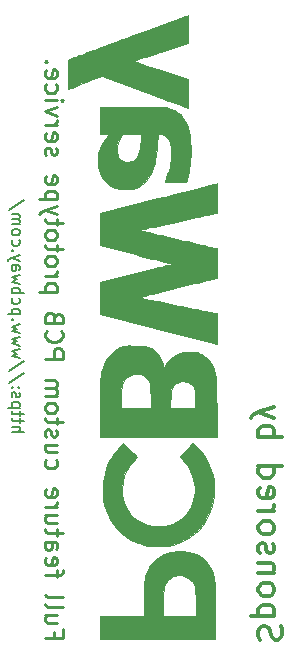
<source format=gbr>
G04 #@! TF.GenerationSoftware,KiCad,Pcbnew,(5.1.5)-3*
G04 #@! TF.CreationDate,2022-07-10T23:47:25+02:00*
G04 #@! TF.ProjectId,rgbw_12v_controller,72676277-5f31-4327-965f-636f6e74726f,rev?*
G04 #@! TF.SameCoordinates,Original*
G04 #@! TF.FileFunction,Legend,Bot*
G04 #@! TF.FilePolarity,Positive*
%FSLAX46Y46*%
G04 Gerber Fmt 4.6, Leading zero omitted, Abs format (unit mm)*
G04 Created by KiCad (PCBNEW (5.1.5)-3) date 2022-07-10 23:47:25*
%MOMM*%
%LPD*%
G04 APERTURE LIST*
%ADD10C,0.150000*%
%ADD11C,0.250000*%
%ADD12C,0.300000*%
%ADD13C,0.010000*%
G04 APERTURE END LIST*
D10*
X127563619Y-86954095D02*
X128563619Y-86954095D01*
X127563619Y-86525523D02*
X128087428Y-86525523D01*
X128182666Y-86573142D01*
X128230285Y-86668380D01*
X128230285Y-86811238D01*
X128182666Y-86906476D01*
X128135047Y-86954095D01*
X128230285Y-86192190D02*
X128230285Y-85811238D01*
X128563619Y-86049333D02*
X127706476Y-86049333D01*
X127611238Y-86001714D01*
X127563619Y-85906476D01*
X127563619Y-85811238D01*
X128230285Y-85620761D02*
X128230285Y-85239809D01*
X128563619Y-85477904D02*
X127706476Y-85477904D01*
X127611238Y-85430285D01*
X127563619Y-85335047D01*
X127563619Y-85239809D01*
X128230285Y-84906476D02*
X127230285Y-84906476D01*
X128182666Y-84906476D02*
X128230285Y-84811238D01*
X128230285Y-84620761D01*
X128182666Y-84525523D01*
X128135047Y-84477904D01*
X128039809Y-84430285D01*
X127754095Y-84430285D01*
X127658857Y-84477904D01*
X127611238Y-84525523D01*
X127563619Y-84620761D01*
X127563619Y-84811238D01*
X127611238Y-84906476D01*
X127611238Y-84049333D02*
X127563619Y-83954095D01*
X127563619Y-83763619D01*
X127611238Y-83668380D01*
X127706476Y-83620761D01*
X127754095Y-83620761D01*
X127849333Y-83668380D01*
X127896952Y-83763619D01*
X127896952Y-83906476D01*
X127944571Y-84001714D01*
X128039809Y-84049333D01*
X128087428Y-84049333D01*
X128182666Y-84001714D01*
X128230285Y-83906476D01*
X128230285Y-83763619D01*
X128182666Y-83668380D01*
X127658857Y-83192190D02*
X127611238Y-83144571D01*
X127563619Y-83192190D01*
X127611238Y-83239809D01*
X127658857Y-83192190D01*
X127563619Y-83192190D01*
X128182666Y-83192190D02*
X128135047Y-83144571D01*
X128087428Y-83192190D01*
X128135047Y-83239809D01*
X128182666Y-83192190D01*
X128087428Y-83192190D01*
X128611238Y-82001714D02*
X127325523Y-82858857D01*
X128611238Y-80954095D02*
X127325523Y-81811238D01*
X128230285Y-80716000D02*
X127563619Y-80525523D01*
X128039809Y-80335047D01*
X127563619Y-80144571D01*
X128230285Y-79954095D01*
X128230285Y-79668380D02*
X127563619Y-79477904D01*
X128039809Y-79287428D01*
X127563619Y-79096952D01*
X128230285Y-78906476D01*
X128230285Y-78620761D02*
X127563619Y-78430285D01*
X128039809Y-78239809D01*
X127563619Y-78049333D01*
X128230285Y-77858857D01*
X127658857Y-77477904D02*
X127611238Y-77430285D01*
X127563619Y-77477904D01*
X127611238Y-77525523D01*
X127658857Y-77477904D01*
X127563619Y-77477904D01*
X128230285Y-77001714D02*
X127230285Y-77001714D01*
X128182666Y-77001714D02*
X128230285Y-76906476D01*
X128230285Y-76716000D01*
X128182666Y-76620761D01*
X128135047Y-76573142D01*
X128039809Y-76525523D01*
X127754095Y-76525523D01*
X127658857Y-76573142D01*
X127611238Y-76620761D01*
X127563619Y-76716000D01*
X127563619Y-76906476D01*
X127611238Y-77001714D01*
X127611238Y-75668380D02*
X127563619Y-75763619D01*
X127563619Y-75954095D01*
X127611238Y-76049333D01*
X127658857Y-76096952D01*
X127754095Y-76144571D01*
X128039809Y-76144571D01*
X128135047Y-76096952D01*
X128182666Y-76049333D01*
X128230285Y-75954095D01*
X128230285Y-75763619D01*
X128182666Y-75668380D01*
X127563619Y-75239809D02*
X128563619Y-75239809D01*
X128182666Y-75239809D02*
X128230285Y-75144571D01*
X128230285Y-74954095D01*
X128182666Y-74858857D01*
X128135047Y-74811238D01*
X128039809Y-74763619D01*
X127754095Y-74763619D01*
X127658857Y-74811238D01*
X127611238Y-74858857D01*
X127563619Y-74954095D01*
X127563619Y-75144571D01*
X127611238Y-75239809D01*
X128230285Y-74430285D02*
X127563619Y-74239809D01*
X128039809Y-74049333D01*
X127563619Y-73858857D01*
X128230285Y-73668380D01*
X127563619Y-72858857D02*
X128087428Y-72858857D01*
X128182666Y-72906476D01*
X128230285Y-73001714D01*
X128230285Y-73192190D01*
X128182666Y-73287428D01*
X127611238Y-72858857D02*
X127563619Y-72954095D01*
X127563619Y-73192190D01*
X127611238Y-73287428D01*
X127706476Y-73335047D01*
X127801714Y-73335047D01*
X127896952Y-73287428D01*
X127944571Y-73192190D01*
X127944571Y-72954095D01*
X127992190Y-72858857D01*
X128230285Y-72477904D02*
X127563619Y-72239809D01*
X128230285Y-72001714D02*
X127563619Y-72239809D01*
X127325523Y-72335047D01*
X127277904Y-72382666D01*
X127230285Y-72477904D01*
X127658857Y-71620761D02*
X127611238Y-71573142D01*
X127563619Y-71620761D01*
X127611238Y-71668380D01*
X127658857Y-71620761D01*
X127563619Y-71620761D01*
X127611238Y-70716000D02*
X127563619Y-70811238D01*
X127563619Y-71001714D01*
X127611238Y-71096952D01*
X127658857Y-71144571D01*
X127754095Y-71192190D01*
X128039809Y-71192190D01*
X128135047Y-71144571D01*
X128182666Y-71096952D01*
X128230285Y-71001714D01*
X128230285Y-70811238D01*
X128182666Y-70716000D01*
X127563619Y-70144571D02*
X127611238Y-70239809D01*
X127658857Y-70287428D01*
X127754095Y-70335047D01*
X128039809Y-70335047D01*
X128135047Y-70287428D01*
X128182666Y-70239809D01*
X128230285Y-70144571D01*
X128230285Y-70001714D01*
X128182666Y-69906476D01*
X128135047Y-69858857D01*
X128039809Y-69811238D01*
X127754095Y-69811238D01*
X127658857Y-69858857D01*
X127611238Y-69906476D01*
X127563619Y-70001714D01*
X127563619Y-70144571D01*
X127563619Y-69382666D02*
X128230285Y-69382666D01*
X128135047Y-69382666D02*
X128182666Y-69335047D01*
X128230285Y-69239809D01*
X128230285Y-69096952D01*
X128182666Y-69001714D01*
X128087428Y-68954095D01*
X127563619Y-68954095D01*
X128087428Y-68954095D02*
X128182666Y-68906476D01*
X128230285Y-68811238D01*
X128230285Y-68668380D01*
X128182666Y-68573142D01*
X128087428Y-68525523D01*
X127563619Y-68525523D01*
X128611238Y-67335047D02*
X127325523Y-68192190D01*
D11*
X131171142Y-103902857D02*
X131171142Y-104402857D01*
X130385428Y-104402857D02*
X131885428Y-104402857D01*
X131885428Y-103688571D01*
X131385428Y-102474285D02*
X130385428Y-102474285D01*
X131385428Y-103117142D02*
X130599714Y-103117142D01*
X130456857Y-103045714D01*
X130385428Y-102902857D01*
X130385428Y-102688571D01*
X130456857Y-102545714D01*
X130528285Y-102474285D01*
X130385428Y-101545714D02*
X130456857Y-101688571D01*
X130599714Y-101760000D01*
X131885428Y-101760000D01*
X130385428Y-100760000D02*
X130456857Y-100902857D01*
X130599714Y-100974285D01*
X131885428Y-100974285D01*
X131385428Y-99260000D02*
X131385428Y-98688571D01*
X130385428Y-99045714D02*
X131671142Y-99045714D01*
X131814000Y-98974285D01*
X131885428Y-98831428D01*
X131885428Y-98688571D01*
X130456857Y-97617142D02*
X130385428Y-97760000D01*
X130385428Y-98045714D01*
X130456857Y-98188571D01*
X130599714Y-98260000D01*
X131171142Y-98260000D01*
X131314000Y-98188571D01*
X131385428Y-98045714D01*
X131385428Y-97760000D01*
X131314000Y-97617142D01*
X131171142Y-97545714D01*
X131028285Y-97545714D01*
X130885428Y-98260000D01*
X130385428Y-96260000D02*
X131171142Y-96260000D01*
X131314000Y-96331428D01*
X131385428Y-96474285D01*
X131385428Y-96760000D01*
X131314000Y-96902857D01*
X130456857Y-96260000D02*
X130385428Y-96402857D01*
X130385428Y-96760000D01*
X130456857Y-96902857D01*
X130599714Y-96974285D01*
X130742571Y-96974285D01*
X130885428Y-96902857D01*
X130956857Y-96760000D01*
X130956857Y-96402857D01*
X131028285Y-96260000D01*
X131385428Y-95760000D02*
X131385428Y-95188571D01*
X131885428Y-95545714D02*
X130599714Y-95545714D01*
X130456857Y-95474285D01*
X130385428Y-95331428D01*
X130385428Y-95188571D01*
X131385428Y-94045714D02*
X130385428Y-94045714D01*
X131385428Y-94688571D02*
X130599714Y-94688571D01*
X130456857Y-94617142D01*
X130385428Y-94474285D01*
X130385428Y-94260000D01*
X130456857Y-94117142D01*
X130528285Y-94045714D01*
X130385428Y-93331428D02*
X131385428Y-93331428D01*
X131099714Y-93331428D02*
X131242571Y-93260000D01*
X131314000Y-93188571D01*
X131385428Y-93045714D01*
X131385428Y-92902857D01*
X130456857Y-91831428D02*
X130385428Y-91974285D01*
X130385428Y-92260000D01*
X130456857Y-92402857D01*
X130599714Y-92474285D01*
X131171142Y-92474285D01*
X131314000Y-92402857D01*
X131385428Y-92260000D01*
X131385428Y-91974285D01*
X131314000Y-91831428D01*
X131171142Y-91760000D01*
X131028285Y-91760000D01*
X130885428Y-92474285D01*
X130456857Y-89331428D02*
X130385428Y-89474285D01*
X130385428Y-89760000D01*
X130456857Y-89902857D01*
X130528285Y-89974285D01*
X130671142Y-90045714D01*
X131099714Y-90045714D01*
X131242571Y-89974285D01*
X131314000Y-89902857D01*
X131385428Y-89760000D01*
X131385428Y-89474285D01*
X131314000Y-89331428D01*
X131385428Y-88045714D02*
X130385428Y-88045714D01*
X131385428Y-88688571D02*
X130599714Y-88688571D01*
X130456857Y-88617142D01*
X130385428Y-88474285D01*
X130385428Y-88260000D01*
X130456857Y-88117142D01*
X130528285Y-88045714D01*
X130456857Y-87402857D02*
X130385428Y-87260000D01*
X130385428Y-86974285D01*
X130456857Y-86831428D01*
X130599714Y-86760000D01*
X130671142Y-86760000D01*
X130814000Y-86831428D01*
X130885428Y-86974285D01*
X130885428Y-87188571D01*
X130956857Y-87331428D01*
X131099714Y-87402857D01*
X131171142Y-87402857D01*
X131314000Y-87331428D01*
X131385428Y-87188571D01*
X131385428Y-86974285D01*
X131314000Y-86831428D01*
X131385428Y-86331428D02*
X131385428Y-85760000D01*
X131885428Y-86117142D02*
X130599714Y-86117142D01*
X130456857Y-86045714D01*
X130385428Y-85902857D01*
X130385428Y-85760000D01*
X130385428Y-85045714D02*
X130456857Y-85188571D01*
X130528285Y-85260000D01*
X130671142Y-85331428D01*
X131099714Y-85331428D01*
X131242571Y-85260000D01*
X131314000Y-85188571D01*
X131385428Y-85045714D01*
X131385428Y-84831428D01*
X131314000Y-84688571D01*
X131242571Y-84617142D01*
X131099714Y-84545714D01*
X130671142Y-84545714D01*
X130528285Y-84617142D01*
X130456857Y-84688571D01*
X130385428Y-84831428D01*
X130385428Y-85045714D01*
X130385428Y-83902857D02*
X131385428Y-83902857D01*
X131242571Y-83902857D02*
X131314000Y-83831428D01*
X131385428Y-83688571D01*
X131385428Y-83474285D01*
X131314000Y-83331428D01*
X131171142Y-83260000D01*
X130385428Y-83260000D01*
X131171142Y-83260000D02*
X131314000Y-83188571D01*
X131385428Y-83045714D01*
X131385428Y-82831428D01*
X131314000Y-82688571D01*
X131171142Y-82617142D01*
X130385428Y-82617142D01*
X130385428Y-80760000D02*
X131885428Y-80760000D01*
X131885428Y-80188571D01*
X131814000Y-80045714D01*
X131742571Y-79974285D01*
X131599714Y-79902857D01*
X131385428Y-79902857D01*
X131242571Y-79974285D01*
X131171142Y-80045714D01*
X131099714Y-80188571D01*
X131099714Y-80760000D01*
X130528285Y-78402857D02*
X130456857Y-78474285D01*
X130385428Y-78688571D01*
X130385428Y-78831428D01*
X130456857Y-79045714D01*
X130599714Y-79188571D01*
X130742571Y-79260000D01*
X131028285Y-79331428D01*
X131242571Y-79331428D01*
X131528285Y-79260000D01*
X131671142Y-79188571D01*
X131814000Y-79045714D01*
X131885428Y-78831428D01*
X131885428Y-78688571D01*
X131814000Y-78474285D01*
X131742571Y-78402857D01*
X131171142Y-77260000D02*
X131099714Y-77045714D01*
X131028285Y-76974285D01*
X130885428Y-76902857D01*
X130671142Y-76902857D01*
X130528285Y-76974285D01*
X130456857Y-77045714D01*
X130385428Y-77188571D01*
X130385428Y-77760000D01*
X131885428Y-77760000D01*
X131885428Y-77260000D01*
X131814000Y-77117142D01*
X131742571Y-77045714D01*
X131599714Y-76974285D01*
X131456857Y-76974285D01*
X131314000Y-77045714D01*
X131242571Y-77117142D01*
X131171142Y-77260000D01*
X131171142Y-77760000D01*
X131385428Y-75117142D02*
X129885428Y-75117142D01*
X131314000Y-75117142D02*
X131385428Y-74974285D01*
X131385428Y-74688571D01*
X131314000Y-74545714D01*
X131242571Y-74474285D01*
X131099714Y-74402857D01*
X130671142Y-74402857D01*
X130528285Y-74474285D01*
X130456857Y-74545714D01*
X130385428Y-74688571D01*
X130385428Y-74974285D01*
X130456857Y-75117142D01*
X130385428Y-73760000D02*
X131385428Y-73760000D01*
X131099714Y-73760000D02*
X131242571Y-73688571D01*
X131314000Y-73617142D01*
X131385428Y-73474285D01*
X131385428Y-73331428D01*
X130385428Y-72617142D02*
X130456857Y-72760000D01*
X130528285Y-72831428D01*
X130671142Y-72902857D01*
X131099714Y-72902857D01*
X131242571Y-72831428D01*
X131314000Y-72760000D01*
X131385428Y-72617142D01*
X131385428Y-72402857D01*
X131314000Y-72260000D01*
X131242571Y-72188571D01*
X131099714Y-72117142D01*
X130671142Y-72117142D01*
X130528285Y-72188571D01*
X130456857Y-72260000D01*
X130385428Y-72402857D01*
X130385428Y-72617142D01*
X131385428Y-71688571D02*
X131385428Y-71117142D01*
X131885428Y-71474285D02*
X130599714Y-71474285D01*
X130456857Y-71402857D01*
X130385428Y-71260000D01*
X130385428Y-71117142D01*
X130385428Y-70402857D02*
X130456857Y-70545714D01*
X130528285Y-70617142D01*
X130671142Y-70688571D01*
X131099714Y-70688571D01*
X131242571Y-70617142D01*
X131314000Y-70545714D01*
X131385428Y-70402857D01*
X131385428Y-70188571D01*
X131314000Y-70045714D01*
X131242571Y-69974285D01*
X131099714Y-69902857D01*
X130671142Y-69902857D01*
X130528285Y-69974285D01*
X130456857Y-70045714D01*
X130385428Y-70188571D01*
X130385428Y-70402857D01*
X131385428Y-69474285D02*
X131385428Y-68902857D01*
X131885428Y-69260000D02*
X130599714Y-69260000D01*
X130456857Y-69188571D01*
X130385428Y-69045714D01*
X130385428Y-68902857D01*
X131385428Y-68545714D02*
X130385428Y-68188571D01*
X131385428Y-67831428D02*
X130385428Y-68188571D01*
X130028285Y-68331428D01*
X129956857Y-68402857D01*
X129885428Y-68545714D01*
X131385428Y-67260000D02*
X129885428Y-67260000D01*
X131314000Y-67260000D02*
X131385428Y-67117142D01*
X131385428Y-66831428D01*
X131314000Y-66688571D01*
X131242571Y-66617142D01*
X131099714Y-66545714D01*
X130671142Y-66545714D01*
X130528285Y-66617142D01*
X130456857Y-66688571D01*
X130385428Y-66831428D01*
X130385428Y-67117142D01*
X130456857Y-67260000D01*
X130456857Y-65331428D02*
X130385428Y-65474285D01*
X130385428Y-65760000D01*
X130456857Y-65902857D01*
X130599714Y-65974285D01*
X131171142Y-65974285D01*
X131314000Y-65902857D01*
X131385428Y-65760000D01*
X131385428Y-65474285D01*
X131314000Y-65331428D01*
X131171142Y-65260000D01*
X131028285Y-65260000D01*
X130885428Y-65974285D01*
X130456857Y-63545714D02*
X130385428Y-63402857D01*
X130385428Y-63117142D01*
X130456857Y-62974285D01*
X130599714Y-62902857D01*
X130671142Y-62902857D01*
X130814000Y-62974285D01*
X130885428Y-63117142D01*
X130885428Y-63331428D01*
X130956857Y-63474285D01*
X131099714Y-63545714D01*
X131171142Y-63545714D01*
X131314000Y-63474285D01*
X131385428Y-63331428D01*
X131385428Y-63117142D01*
X131314000Y-62974285D01*
X130456857Y-61688571D02*
X130385428Y-61831428D01*
X130385428Y-62117142D01*
X130456857Y-62260000D01*
X130599714Y-62331428D01*
X131171142Y-62331428D01*
X131314000Y-62260000D01*
X131385428Y-62117142D01*
X131385428Y-61831428D01*
X131314000Y-61688571D01*
X131171142Y-61617142D01*
X131028285Y-61617142D01*
X130885428Y-62331428D01*
X130385428Y-60974285D02*
X131385428Y-60974285D01*
X131099714Y-60974285D02*
X131242571Y-60902857D01*
X131314000Y-60831428D01*
X131385428Y-60688571D01*
X131385428Y-60545714D01*
X131385428Y-60188571D02*
X130385428Y-59831428D01*
X131385428Y-59474285D01*
X130385428Y-58902857D02*
X131385428Y-58902857D01*
X131885428Y-58902857D02*
X131814000Y-58974285D01*
X131742571Y-58902857D01*
X131814000Y-58831428D01*
X131885428Y-58902857D01*
X131742571Y-58902857D01*
X130456857Y-57545714D02*
X130385428Y-57688571D01*
X130385428Y-57974285D01*
X130456857Y-58117142D01*
X130528285Y-58188571D01*
X130671142Y-58260000D01*
X131099714Y-58260000D01*
X131242571Y-58188571D01*
X131314000Y-58117142D01*
X131385428Y-57974285D01*
X131385428Y-57688571D01*
X131314000Y-57545714D01*
X130456857Y-56331428D02*
X130385428Y-56474285D01*
X130385428Y-56760000D01*
X130456857Y-56902857D01*
X130599714Y-56974285D01*
X131171142Y-56974285D01*
X131314000Y-56902857D01*
X131385428Y-56760000D01*
X131385428Y-56474285D01*
X131314000Y-56331428D01*
X131171142Y-56260000D01*
X131028285Y-56260000D01*
X130885428Y-56974285D01*
X130528285Y-55617142D02*
X130456857Y-55545714D01*
X130385428Y-55617142D01*
X130456857Y-55688571D01*
X130528285Y-55617142D01*
X130385428Y-55617142D01*
D12*
X148542476Y-104551523D02*
X148447238Y-104265809D01*
X148447238Y-103789619D01*
X148542476Y-103599142D01*
X148637714Y-103503904D01*
X148828190Y-103408666D01*
X149018666Y-103408666D01*
X149209142Y-103503904D01*
X149304380Y-103599142D01*
X149399619Y-103789619D01*
X149494857Y-104170571D01*
X149590095Y-104361047D01*
X149685333Y-104456285D01*
X149875809Y-104551523D01*
X150066285Y-104551523D01*
X150256761Y-104456285D01*
X150352000Y-104361047D01*
X150447238Y-104170571D01*
X150447238Y-103694380D01*
X150352000Y-103408666D01*
X149780571Y-102551523D02*
X147780571Y-102551523D01*
X149685333Y-102551523D02*
X149780571Y-102361047D01*
X149780571Y-101980095D01*
X149685333Y-101789619D01*
X149590095Y-101694380D01*
X149399619Y-101599142D01*
X148828190Y-101599142D01*
X148637714Y-101694380D01*
X148542476Y-101789619D01*
X148447238Y-101980095D01*
X148447238Y-102361047D01*
X148542476Y-102551523D01*
X148447238Y-100456285D02*
X148542476Y-100646761D01*
X148637714Y-100742000D01*
X148828190Y-100837238D01*
X149399619Y-100837238D01*
X149590095Y-100742000D01*
X149685333Y-100646761D01*
X149780571Y-100456285D01*
X149780571Y-100170571D01*
X149685333Y-99980095D01*
X149590095Y-99884857D01*
X149399619Y-99789619D01*
X148828190Y-99789619D01*
X148637714Y-99884857D01*
X148542476Y-99980095D01*
X148447238Y-100170571D01*
X148447238Y-100456285D01*
X149780571Y-98932476D02*
X148447238Y-98932476D01*
X149590095Y-98932476D02*
X149685333Y-98837238D01*
X149780571Y-98646761D01*
X149780571Y-98361047D01*
X149685333Y-98170571D01*
X149494857Y-98075333D01*
X148447238Y-98075333D01*
X148542476Y-97218190D02*
X148447238Y-97027714D01*
X148447238Y-96646761D01*
X148542476Y-96456285D01*
X148732952Y-96361047D01*
X148828190Y-96361047D01*
X149018666Y-96456285D01*
X149113904Y-96646761D01*
X149113904Y-96932476D01*
X149209142Y-97122952D01*
X149399619Y-97218190D01*
X149494857Y-97218190D01*
X149685333Y-97122952D01*
X149780571Y-96932476D01*
X149780571Y-96646761D01*
X149685333Y-96456285D01*
X148447238Y-95218190D02*
X148542476Y-95408666D01*
X148637714Y-95503904D01*
X148828190Y-95599142D01*
X149399619Y-95599142D01*
X149590095Y-95503904D01*
X149685333Y-95408666D01*
X149780571Y-95218190D01*
X149780571Y-94932476D01*
X149685333Y-94742000D01*
X149590095Y-94646761D01*
X149399619Y-94551523D01*
X148828190Y-94551523D01*
X148637714Y-94646761D01*
X148542476Y-94742000D01*
X148447238Y-94932476D01*
X148447238Y-95218190D01*
X148447238Y-93694380D02*
X149780571Y-93694380D01*
X149399619Y-93694380D02*
X149590095Y-93599142D01*
X149685333Y-93503904D01*
X149780571Y-93313428D01*
X149780571Y-93122952D01*
X148542476Y-91694380D02*
X148447238Y-91884857D01*
X148447238Y-92265809D01*
X148542476Y-92456285D01*
X148732952Y-92551523D01*
X149494857Y-92551523D01*
X149685333Y-92456285D01*
X149780571Y-92265809D01*
X149780571Y-91884857D01*
X149685333Y-91694380D01*
X149494857Y-91599142D01*
X149304380Y-91599142D01*
X149113904Y-92551523D01*
X148447238Y-89884857D02*
X150447238Y-89884857D01*
X148542476Y-89884857D02*
X148447238Y-90075333D01*
X148447238Y-90456285D01*
X148542476Y-90646761D01*
X148637714Y-90742000D01*
X148828190Y-90837238D01*
X149399619Y-90837238D01*
X149590095Y-90742000D01*
X149685333Y-90646761D01*
X149780571Y-90456285D01*
X149780571Y-90075333D01*
X149685333Y-89884857D01*
X148447238Y-87408666D02*
X150447238Y-87408666D01*
X149685333Y-87408666D02*
X149780571Y-87218190D01*
X149780571Y-86837238D01*
X149685333Y-86646761D01*
X149590095Y-86551523D01*
X149399619Y-86456285D01*
X148828190Y-86456285D01*
X148637714Y-86551523D01*
X148542476Y-86646761D01*
X148447238Y-86837238D01*
X148447238Y-87218190D01*
X148542476Y-87408666D01*
X149780571Y-85789619D02*
X148447238Y-85313428D01*
X149780571Y-84837238D02*
X148447238Y-85313428D01*
X147971047Y-85503904D01*
X147875809Y-85599142D01*
X147780571Y-85789619D01*
D13*
G36*
X144699745Y-91499045D02*
G01*
X144651407Y-91051991D01*
X144565011Y-90609715D01*
X144440952Y-90175110D01*
X144279624Y-89751065D01*
X144081422Y-89340470D01*
X143846741Y-88946218D01*
X143673191Y-88697889D01*
X143613344Y-88621538D01*
X143537802Y-88531529D01*
X143451093Y-88432615D01*
X143357742Y-88329548D01*
X143262277Y-88227080D01*
X143169224Y-88129963D01*
X143083112Y-88042950D01*
X143008465Y-87970792D01*
X142949813Y-87918241D01*
X142911680Y-87890050D01*
X142900540Y-87886803D01*
X142879696Y-87904115D01*
X142835206Y-87947206D01*
X142772249Y-88010854D01*
X142696008Y-88089837D01*
X142630241Y-88159167D01*
X142531971Y-88263404D01*
X142415006Y-88387284D01*
X142289798Y-88519748D01*
X142166798Y-88649736D01*
X142075789Y-88745805D01*
X141770489Y-89067860D01*
X141968756Y-89285555D01*
X142189176Y-89540380D01*
X142377037Y-89786357D01*
X142538375Y-90032039D01*
X142679222Y-90285979D01*
X142691090Y-90309512D01*
X142834859Y-90640427D01*
X142942696Y-90983870D01*
X143014546Y-91335420D01*
X143050355Y-91690658D01*
X143050067Y-92045163D01*
X143013629Y-92394516D01*
X142940986Y-92734296D01*
X142832083Y-93060084D01*
X142727909Y-93289971D01*
X142565470Y-93567169D01*
X142368245Y-93832968D01*
X142142671Y-94080696D01*
X141895187Y-94303678D01*
X141632230Y-94495242D01*
X141473361Y-94590317D01*
X141175701Y-94730589D01*
X140857032Y-94836609D01*
X140521769Y-94907974D01*
X140174325Y-94944282D01*
X139819113Y-94945130D01*
X139460546Y-94910117D01*
X139103040Y-94838839D01*
X139012083Y-94814674D01*
X138863465Y-94764821D01*
X138694491Y-94694512D01*
X138517653Y-94610000D01*
X138345439Y-94517537D01*
X138190340Y-94423376D01*
X138089002Y-94352565D01*
X137832438Y-94131945D01*
X137604464Y-93881958D01*
X137406402Y-93605616D01*
X137239574Y-93305933D01*
X137105302Y-92985921D01*
X137004908Y-92648595D01*
X136939713Y-92296968D01*
X136911039Y-91934052D01*
X136913499Y-91672833D01*
X136941154Y-91345643D01*
X136994548Y-91036521D01*
X137075701Y-90740999D01*
X137186634Y-90454610D01*
X137329368Y-90172889D01*
X137505923Y-89891367D01*
X137718318Y-89605578D01*
X137968575Y-89311054D01*
X137994921Y-89281876D01*
X138062786Y-89205716D01*
X138118224Y-89140884D01*
X138156038Y-89093656D01*
X138171026Y-89070308D01*
X138171000Y-89069286D01*
X138155031Y-89052318D01*
X138111888Y-89009233D01*
X138044894Y-88943278D01*
X137957371Y-88857699D01*
X137852641Y-88755744D01*
X137734025Y-88640657D01*
X137604846Y-88515686D01*
X137574992Y-88486853D01*
X136984567Y-87916802D01*
X136836822Y-88074526D01*
X136526314Y-88422657D01*
X136254816Y-88763831D01*
X136020465Y-89102114D01*
X135821399Y-89441572D01*
X135655755Y-89786273D01*
X135521670Y-90140284D01*
X135417281Y-90507669D01*
X135340726Y-90892497D01*
X135290141Y-91298833D01*
X135275836Y-91482333D01*
X135266978Y-91627499D01*
X135261538Y-91746879D01*
X135259532Y-91853457D01*
X135260976Y-91960214D01*
X135265884Y-92080134D01*
X135274272Y-92226200D01*
X135276758Y-92265850D01*
X135323334Y-92716722D01*
X135405181Y-93146751D01*
X135523358Y-93560033D01*
X135678925Y-93960660D01*
X135761826Y-94138750D01*
X135972567Y-94522325D01*
X136215142Y-94879014D01*
X136487763Y-95207365D01*
X136788644Y-95505929D01*
X137115995Y-95773255D01*
X137468029Y-96007893D01*
X137842960Y-96208393D01*
X138238998Y-96373303D01*
X138654357Y-96501174D01*
X138682345Y-96508260D01*
X139101590Y-96594033D01*
X139531916Y-96645829D01*
X139966973Y-96663875D01*
X140400417Y-96648397D01*
X140825899Y-96599619D01*
X141237072Y-96517769D01*
X141626167Y-96403564D01*
X142018204Y-96245725D01*
X142390877Y-96051052D01*
X142742567Y-95821145D01*
X143071654Y-95557603D01*
X143376520Y-95262026D01*
X143655547Y-94936014D01*
X143907115Y-94581167D01*
X144129605Y-94199085D01*
X144321400Y-93791368D01*
X144356753Y-93704833D01*
X144504624Y-93277242D01*
X144612464Y-92839978D01*
X144680668Y-92395929D01*
X144709630Y-91947988D01*
X144699745Y-91499045D01*
G37*
X144699745Y-91499045D02*
X144651407Y-91051991D01*
X144565011Y-90609715D01*
X144440952Y-90175110D01*
X144279624Y-89751065D01*
X144081422Y-89340470D01*
X143846741Y-88946218D01*
X143673191Y-88697889D01*
X143613344Y-88621538D01*
X143537802Y-88531529D01*
X143451093Y-88432615D01*
X143357742Y-88329548D01*
X143262277Y-88227080D01*
X143169224Y-88129963D01*
X143083112Y-88042950D01*
X143008465Y-87970792D01*
X142949813Y-87918241D01*
X142911680Y-87890050D01*
X142900540Y-87886803D01*
X142879696Y-87904115D01*
X142835206Y-87947206D01*
X142772249Y-88010854D01*
X142696008Y-88089837D01*
X142630241Y-88159167D01*
X142531971Y-88263404D01*
X142415006Y-88387284D01*
X142289798Y-88519748D01*
X142166798Y-88649736D01*
X142075789Y-88745805D01*
X141770489Y-89067860D01*
X141968756Y-89285555D01*
X142189176Y-89540380D01*
X142377037Y-89786357D01*
X142538375Y-90032039D01*
X142679222Y-90285979D01*
X142691090Y-90309512D01*
X142834859Y-90640427D01*
X142942696Y-90983870D01*
X143014546Y-91335420D01*
X143050355Y-91690658D01*
X143050067Y-92045163D01*
X143013629Y-92394516D01*
X142940986Y-92734296D01*
X142832083Y-93060084D01*
X142727909Y-93289971D01*
X142565470Y-93567169D01*
X142368245Y-93832968D01*
X142142671Y-94080696D01*
X141895187Y-94303678D01*
X141632230Y-94495242D01*
X141473361Y-94590317D01*
X141175701Y-94730589D01*
X140857032Y-94836609D01*
X140521769Y-94907974D01*
X140174325Y-94944282D01*
X139819113Y-94945130D01*
X139460546Y-94910117D01*
X139103040Y-94838839D01*
X139012083Y-94814674D01*
X138863465Y-94764821D01*
X138694491Y-94694512D01*
X138517653Y-94610000D01*
X138345439Y-94517537D01*
X138190340Y-94423376D01*
X138089002Y-94352565D01*
X137832438Y-94131945D01*
X137604464Y-93881958D01*
X137406402Y-93605616D01*
X137239574Y-93305933D01*
X137105302Y-92985921D01*
X137004908Y-92648595D01*
X136939713Y-92296968D01*
X136911039Y-91934052D01*
X136913499Y-91672833D01*
X136941154Y-91345643D01*
X136994548Y-91036521D01*
X137075701Y-90740999D01*
X137186634Y-90454610D01*
X137329368Y-90172889D01*
X137505923Y-89891367D01*
X137718318Y-89605578D01*
X137968575Y-89311054D01*
X137994921Y-89281876D01*
X138062786Y-89205716D01*
X138118224Y-89140884D01*
X138156038Y-89093656D01*
X138171026Y-89070308D01*
X138171000Y-89069286D01*
X138155031Y-89052318D01*
X138111888Y-89009233D01*
X138044894Y-88943278D01*
X137957371Y-88857699D01*
X137852641Y-88755744D01*
X137734025Y-88640657D01*
X137604846Y-88515686D01*
X137574992Y-88486853D01*
X136984567Y-87916802D01*
X136836822Y-88074526D01*
X136526314Y-88422657D01*
X136254816Y-88763831D01*
X136020465Y-89102114D01*
X135821399Y-89441572D01*
X135655755Y-89786273D01*
X135521670Y-90140284D01*
X135417281Y-90507669D01*
X135340726Y-90892497D01*
X135290141Y-91298833D01*
X135275836Y-91482333D01*
X135266978Y-91627499D01*
X135261538Y-91746879D01*
X135259532Y-91853457D01*
X135260976Y-91960214D01*
X135265884Y-92080134D01*
X135274272Y-92226200D01*
X135276758Y-92265850D01*
X135323334Y-92716722D01*
X135405181Y-93146751D01*
X135523358Y-93560033D01*
X135678925Y-93960660D01*
X135761826Y-94138750D01*
X135972567Y-94522325D01*
X136215142Y-94879014D01*
X136487763Y-95207365D01*
X136788644Y-95505929D01*
X137115995Y-95773255D01*
X137468029Y-96007893D01*
X137842960Y-96208393D01*
X138238998Y-96373303D01*
X138654357Y-96501174D01*
X138682345Y-96508260D01*
X139101590Y-96594033D01*
X139531916Y-96645829D01*
X139966973Y-96663875D01*
X140400417Y-96648397D01*
X140825899Y-96599619D01*
X141237072Y-96517769D01*
X141626167Y-96403564D01*
X142018204Y-96245725D01*
X142390877Y-96051052D01*
X142742567Y-95821145D01*
X143071654Y-95557603D01*
X143376520Y-95262026D01*
X143655547Y-94936014D01*
X143907115Y-94581167D01*
X144129605Y-94199085D01*
X144321400Y-93791368D01*
X144356753Y-93704833D01*
X144504624Y-93277242D01*
X144612464Y-92839978D01*
X144680668Y-92395929D01*
X144709630Y-91947988D01*
X144699745Y-91499045D01*
G36*
X144827625Y-71419150D02*
G01*
X144777799Y-71407904D01*
X144691305Y-71387897D01*
X144570843Y-71359770D01*
X144419110Y-71324165D01*
X144238806Y-71281724D01*
X144032628Y-71233088D01*
X143803274Y-71178899D01*
X143553443Y-71119799D01*
X143285834Y-71056429D01*
X143003144Y-70989432D01*
X142708072Y-70919447D01*
X142403317Y-70847119D01*
X142091576Y-70773087D01*
X141775548Y-70697994D01*
X141457932Y-70622481D01*
X141141425Y-70547191D01*
X140828726Y-70472764D01*
X140522534Y-70399843D01*
X140225546Y-70329069D01*
X139940461Y-70261083D01*
X139669977Y-70196528D01*
X139416793Y-70136045D01*
X139183607Y-70080276D01*
X138973117Y-70029862D01*
X138788022Y-69985446D01*
X138631020Y-69947668D01*
X138504809Y-69917171D01*
X138412088Y-69894596D01*
X138355554Y-69880585D01*
X138337951Y-69875880D01*
X138352535Y-69868968D01*
X138408250Y-69853480D01*
X138504786Y-69829485D01*
X138641835Y-69797052D01*
X138819085Y-69756250D01*
X139036228Y-69707149D01*
X139292953Y-69649818D01*
X139588952Y-69584327D01*
X139923914Y-69510744D01*
X140297529Y-69429139D01*
X140709488Y-69339582D01*
X141159480Y-69242141D01*
X141470618Y-69174956D01*
X141832152Y-69096962D01*
X142183907Y-69021066D01*
X142523508Y-68947781D01*
X142848582Y-68877618D01*
X143156755Y-68811092D01*
X143445654Y-68748715D01*
X143712904Y-68691000D01*
X143956132Y-68638458D01*
X144172964Y-68591604D01*
X144361027Y-68550949D01*
X144517946Y-68517007D01*
X144641349Y-68490289D01*
X144728861Y-68471310D01*
X144778109Y-68460581D01*
X144785292Y-68458998D01*
X144928167Y-68427240D01*
X144928167Y-67180704D01*
X144927905Y-66955311D01*
X144927151Y-66742988D01*
X144925952Y-66547431D01*
X144924355Y-66372337D01*
X144922406Y-66221404D01*
X144920154Y-66098327D01*
X144917645Y-66006805D01*
X144914926Y-65950533D01*
X144912292Y-65933076D01*
X144890612Y-65938091D01*
X144829672Y-65953036D01*
X144731252Y-65977463D01*
X144597133Y-66010924D01*
X144429096Y-66052972D01*
X144228921Y-66103158D01*
X143998389Y-66161034D01*
X143739281Y-66226152D01*
X143453378Y-66298063D01*
X143142460Y-66376321D01*
X142808309Y-66460476D01*
X142452705Y-66550081D01*
X142077428Y-66644688D01*
X141684261Y-66743848D01*
X141274982Y-66847114D01*
X140851374Y-66954037D01*
X140415216Y-67064170D01*
X139970054Y-67176618D01*
X135043691Y-68421250D01*
X135043710Y-69786500D01*
X135043730Y-71151750D01*
X138102890Y-71944225D01*
X138453048Y-72035070D01*
X138791531Y-72123151D01*
X139116117Y-72207879D01*
X139424588Y-72288664D01*
X139714724Y-72364916D01*
X139984304Y-72436044D01*
X140231109Y-72501457D01*
X140452920Y-72560567D01*
X140647516Y-72612783D01*
X140812678Y-72657514D01*
X140946186Y-72694170D01*
X141045821Y-72722162D01*
X141109361Y-72740899D01*
X141134589Y-72749790D01*
X141134817Y-72750349D01*
X141111478Y-72756984D01*
X141049361Y-72773312D01*
X140950755Y-72798754D01*
X140817948Y-72832731D01*
X140653232Y-72874663D01*
X140458894Y-72923972D01*
X140237226Y-72980079D01*
X139990515Y-73042406D01*
X139721053Y-73110372D01*
X139431128Y-73183400D01*
X139123030Y-73260911D01*
X138799048Y-73342326D01*
X138461473Y-73427065D01*
X138112593Y-73514550D01*
X138075458Y-73523857D01*
X135043333Y-74283716D01*
X135043419Y-75649316D01*
X135043505Y-77014917D01*
X139980544Y-78264086D01*
X144917583Y-79513256D01*
X144923040Y-78234265D01*
X144923900Y-78005670D01*
X144924489Y-77789929D01*
X144924810Y-77590717D01*
X144924869Y-77411704D01*
X144924671Y-77256565D01*
X144924220Y-77128972D01*
X144923522Y-77032597D01*
X144922580Y-76971113D01*
X144921400Y-76948192D01*
X144921366Y-76948144D01*
X144900191Y-76943161D01*
X144839771Y-76930140D01*
X144742328Y-76909540D01*
X144610089Y-76881823D01*
X144445278Y-76847449D01*
X144250120Y-76806879D01*
X144026839Y-76760574D01*
X143777661Y-76708995D01*
X143504811Y-76652601D01*
X143210512Y-76591854D01*
X142896991Y-76527215D01*
X142566471Y-76459144D01*
X142221178Y-76388103D01*
X141863337Y-76314551D01*
X141666826Y-76274189D01*
X141302323Y-76199328D01*
X140948657Y-76126667D01*
X140608095Y-76056672D01*
X140282904Y-75989811D01*
X139975350Y-75926550D01*
X139687700Y-75867356D01*
X139422221Y-75812695D01*
X139181178Y-75763036D01*
X138966839Y-75718844D01*
X138781470Y-75680587D01*
X138627338Y-75648732D01*
X138506710Y-75623745D01*
X138421851Y-75606093D01*
X138375030Y-75596243D01*
X138366500Y-75594368D01*
X138330689Y-75583648D01*
X138333514Y-75573545D01*
X138355917Y-75562907D01*
X138380892Y-75555781D01*
X138444706Y-75538973D01*
X138545124Y-75513047D01*
X138679910Y-75478569D01*
X138846830Y-75436102D01*
X139043646Y-75386211D01*
X139268124Y-75329459D01*
X139518029Y-75266411D01*
X139791124Y-75197632D01*
X140085175Y-75123685D01*
X140397946Y-75045135D01*
X140727201Y-74962546D01*
X141070705Y-74876483D01*
X141426222Y-74787509D01*
X141615583Y-74740157D01*
X141976557Y-74649910D01*
X142326744Y-74562340D01*
X142663904Y-74478011D01*
X142985797Y-74397481D01*
X143290183Y-74321313D01*
X143574822Y-74250068D01*
X143837474Y-74184305D01*
X144075899Y-74124588D01*
X144287857Y-74071475D01*
X144471108Y-74025529D01*
X144623412Y-73987311D01*
X144742529Y-73957380D01*
X144826219Y-73936300D01*
X144872243Y-73924629D01*
X144880542Y-73922467D01*
X144928167Y-73909063D01*
X144928167Y-71441008D01*
X144827625Y-71419150D01*
G37*
X144827625Y-71419150D02*
X144777799Y-71407904D01*
X144691305Y-71387897D01*
X144570843Y-71359770D01*
X144419110Y-71324165D01*
X144238806Y-71281724D01*
X144032628Y-71233088D01*
X143803274Y-71178899D01*
X143553443Y-71119799D01*
X143285834Y-71056429D01*
X143003144Y-70989432D01*
X142708072Y-70919447D01*
X142403317Y-70847119D01*
X142091576Y-70773087D01*
X141775548Y-70697994D01*
X141457932Y-70622481D01*
X141141425Y-70547191D01*
X140828726Y-70472764D01*
X140522534Y-70399843D01*
X140225546Y-70329069D01*
X139940461Y-70261083D01*
X139669977Y-70196528D01*
X139416793Y-70136045D01*
X139183607Y-70080276D01*
X138973117Y-70029862D01*
X138788022Y-69985446D01*
X138631020Y-69947668D01*
X138504809Y-69917171D01*
X138412088Y-69894596D01*
X138355554Y-69880585D01*
X138337951Y-69875880D01*
X138352535Y-69868968D01*
X138408250Y-69853480D01*
X138504786Y-69829485D01*
X138641835Y-69797052D01*
X138819085Y-69756250D01*
X139036228Y-69707149D01*
X139292953Y-69649818D01*
X139588952Y-69584327D01*
X139923914Y-69510744D01*
X140297529Y-69429139D01*
X140709488Y-69339582D01*
X141159480Y-69242141D01*
X141470618Y-69174956D01*
X141832152Y-69096962D01*
X142183907Y-69021066D01*
X142523508Y-68947781D01*
X142848582Y-68877618D01*
X143156755Y-68811092D01*
X143445654Y-68748715D01*
X143712904Y-68691000D01*
X143956132Y-68638458D01*
X144172964Y-68591604D01*
X144361027Y-68550949D01*
X144517946Y-68517007D01*
X144641349Y-68490289D01*
X144728861Y-68471310D01*
X144778109Y-68460581D01*
X144785292Y-68458998D01*
X144928167Y-68427240D01*
X144928167Y-67180704D01*
X144927905Y-66955311D01*
X144927151Y-66742988D01*
X144925952Y-66547431D01*
X144924355Y-66372337D01*
X144922406Y-66221404D01*
X144920154Y-66098327D01*
X144917645Y-66006805D01*
X144914926Y-65950533D01*
X144912292Y-65933076D01*
X144890612Y-65938091D01*
X144829672Y-65953036D01*
X144731252Y-65977463D01*
X144597133Y-66010924D01*
X144429096Y-66052972D01*
X144228921Y-66103158D01*
X143998389Y-66161034D01*
X143739281Y-66226152D01*
X143453378Y-66298063D01*
X143142460Y-66376321D01*
X142808309Y-66460476D01*
X142452705Y-66550081D01*
X142077428Y-66644688D01*
X141684261Y-66743848D01*
X141274982Y-66847114D01*
X140851374Y-66954037D01*
X140415216Y-67064170D01*
X139970054Y-67176618D01*
X135043691Y-68421250D01*
X135043710Y-69786500D01*
X135043730Y-71151750D01*
X138102890Y-71944225D01*
X138453048Y-72035070D01*
X138791531Y-72123151D01*
X139116117Y-72207879D01*
X139424588Y-72288664D01*
X139714724Y-72364916D01*
X139984304Y-72436044D01*
X140231109Y-72501457D01*
X140452920Y-72560567D01*
X140647516Y-72612783D01*
X140812678Y-72657514D01*
X140946186Y-72694170D01*
X141045821Y-72722162D01*
X141109361Y-72740899D01*
X141134589Y-72749790D01*
X141134817Y-72750349D01*
X141111478Y-72756984D01*
X141049361Y-72773312D01*
X140950755Y-72798754D01*
X140817948Y-72832731D01*
X140653232Y-72874663D01*
X140458894Y-72923972D01*
X140237226Y-72980079D01*
X139990515Y-73042406D01*
X139721053Y-73110372D01*
X139431128Y-73183400D01*
X139123030Y-73260911D01*
X138799048Y-73342326D01*
X138461473Y-73427065D01*
X138112593Y-73514550D01*
X138075458Y-73523857D01*
X135043333Y-74283716D01*
X135043419Y-75649316D01*
X135043505Y-77014917D01*
X139980544Y-78264086D01*
X144917583Y-79513256D01*
X144923040Y-78234265D01*
X144923900Y-78005670D01*
X144924489Y-77789929D01*
X144924810Y-77590717D01*
X144924869Y-77411704D01*
X144924671Y-77256565D01*
X144924220Y-77128972D01*
X144923522Y-77032597D01*
X144922580Y-76971113D01*
X144921400Y-76948192D01*
X144921366Y-76948144D01*
X144900191Y-76943161D01*
X144839771Y-76930140D01*
X144742328Y-76909540D01*
X144610089Y-76881823D01*
X144445278Y-76847449D01*
X144250120Y-76806879D01*
X144026839Y-76760574D01*
X143777661Y-76708995D01*
X143504811Y-76652601D01*
X143210512Y-76591854D01*
X142896991Y-76527215D01*
X142566471Y-76459144D01*
X142221178Y-76388103D01*
X141863337Y-76314551D01*
X141666826Y-76274189D01*
X141302323Y-76199328D01*
X140948657Y-76126667D01*
X140608095Y-76056672D01*
X140282904Y-75989811D01*
X139975350Y-75926550D01*
X139687700Y-75867356D01*
X139422221Y-75812695D01*
X139181178Y-75763036D01*
X138966839Y-75718844D01*
X138781470Y-75680587D01*
X138627338Y-75648732D01*
X138506710Y-75623745D01*
X138421851Y-75606093D01*
X138375030Y-75596243D01*
X138366500Y-75594368D01*
X138330689Y-75583648D01*
X138333514Y-75573545D01*
X138355917Y-75562907D01*
X138380892Y-75555781D01*
X138444706Y-75538973D01*
X138545124Y-75513047D01*
X138679910Y-75478569D01*
X138846830Y-75436102D01*
X139043646Y-75386211D01*
X139268124Y-75329459D01*
X139518029Y-75266411D01*
X139791124Y-75197632D01*
X140085175Y-75123685D01*
X140397946Y-75045135D01*
X140727201Y-74962546D01*
X141070705Y-74876483D01*
X141426222Y-74787509D01*
X141615583Y-74740157D01*
X141976557Y-74649910D01*
X142326744Y-74562340D01*
X142663904Y-74478011D01*
X142985797Y-74397481D01*
X143290183Y-74321313D01*
X143574822Y-74250068D01*
X143837474Y-74184305D01*
X144075899Y-74124588D01*
X144287857Y-74071475D01*
X144471108Y-74025529D01*
X144623412Y-73987311D01*
X144742529Y-73957380D01*
X144826219Y-73936300D01*
X144872243Y-73924629D01*
X144880542Y-73922467D01*
X144928167Y-73909063D01*
X144928167Y-71441008D01*
X144827625Y-71419150D01*
G36*
X144773855Y-102250875D02*
G01*
X144772246Y-101870949D01*
X144770612Y-101530589D01*
X144768868Y-101227029D01*
X144766932Y-100957504D01*
X144764721Y-100719245D01*
X144762150Y-100509487D01*
X144759137Y-100325463D01*
X144755597Y-100164407D01*
X144751449Y-100023552D01*
X144746608Y-99900131D01*
X144740990Y-99791378D01*
X144734513Y-99694527D01*
X144727093Y-99606811D01*
X144718647Y-99525463D01*
X144709091Y-99447717D01*
X144698342Y-99370807D01*
X144686316Y-99291965D01*
X144684262Y-99278949D01*
X144613527Y-98964254D01*
X144504714Y-98664760D01*
X144360212Y-98383238D01*
X144182408Y-98122456D01*
X143973690Y-97885183D01*
X143736449Y-97674189D01*
X143473070Y-97492242D01*
X143185944Y-97342112D01*
X142927842Y-97242515D01*
X142764563Y-97191666D01*
X142617107Y-97152429D01*
X142475750Y-97123445D01*
X142330766Y-97103357D01*
X142172432Y-97090805D01*
X141991021Y-97084431D01*
X141784917Y-97082865D01*
X141580230Y-97084806D01*
X141408073Y-97090864D01*
X141258746Y-97102210D01*
X141122549Y-97120010D01*
X140989781Y-97145434D01*
X140850742Y-97179651D01*
X140751831Y-97207328D01*
X140458541Y-97313000D01*
X140175751Y-97455262D01*
X139909409Y-97629799D01*
X139665463Y-97832295D01*
X139449858Y-98058435D01*
X139293923Y-98265122D01*
X139174188Y-98454877D01*
X139073935Y-98639900D01*
X138990806Y-98827441D01*
X138922441Y-99024749D01*
X138866480Y-99239073D01*
X138820564Y-99477663D01*
X138782335Y-99747769D01*
X138766583Y-99885500D01*
X138761863Y-99949387D01*
X138757105Y-100051110D01*
X138752415Y-100186174D01*
X138747900Y-100350083D01*
X138743664Y-100538341D01*
X138739812Y-100746451D01*
X138736452Y-100969917D01*
X138733687Y-101204244D01*
X138732421Y-101340708D01*
X138722120Y-102573667D01*
X135043333Y-102573667D01*
X135043333Y-104542167D01*
X140356167Y-104542167D01*
X140356167Y-102573667D01*
X140356811Y-102113292D01*
X140357860Y-101952418D01*
X140360428Y-101763125D01*
X140364246Y-101559290D01*
X140369041Y-101354789D01*
X140374541Y-101163499D01*
X140376571Y-101102583D01*
X140388835Y-100819964D01*
X140405418Y-100575180D01*
X140427581Y-100363844D01*
X140456586Y-100181569D01*
X140493697Y-100023967D01*
X140540174Y-99886652D01*
X140597279Y-99765235D01*
X140666276Y-99655330D01*
X140748425Y-99552549D01*
X140844989Y-99452505D01*
X140853583Y-99444289D01*
X141018998Y-99308190D01*
X141193536Y-99208151D01*
X141383459Y-99141799D01*
X141595028Y-99106764D01*
X141763750Y-99099598D01*
X141985200Y-99111174D01*
X142178299Y-99147958D01*
X142350785Y-99213030D01*
X142510401Y-99309474D01*
X142664884Y-99440371D01*
X142695552Y-99470660D01*
X142796962Y-99579769D01*
X142872635Y-99678447D01*
X142932195Y-99779541D01*
X142942850Y-99800833D01*
X142979561Y-99879730D01*
X143011194Y-99957599D01*
X143038178Y-100038293D01*
X143060942Y-100125665D01*
X143079915Y-100223565D01*
X143095525Y-100335847D01*
X143108201Y-100466363D01*
X143118371Y-100618964D01*
X143126465Y-100797504D01*
X143132910Y-101005833D01*
X143138135Y-101247805D01*
X143142569Y-101527272D01*
X143143629Y-101605292D01*
X143156437Y-102573667D01*
X140356167Y-102573667D01*
X140356167Y-104542167D01*
X144783144Y-104542167D01*
X144773855Y-102250875D01*
G37*
X144773855Y-102250875D02*
X144772246Y-101870949D01*
X144770612Y-101530589D01*
X144768868Y-101227029D01*
X144766932Y-100957504D01*
X144764721Y-100719245D01*
X144762150Y-100509487D01*
X144759137Y-100325463D01*
X144755597Y-100164407D01*
X144751449Y-100023552D01*
X144746608Y-99900131D01*
X144740990Y-99791378D01*
X144734513Y-99694527D01*
X144727093Y-99606811D01*
X144718647Y-99525463D01*
X144709091Y-99447717D01*
X144698342Y-99370807D01*
X144686316Y-99291965D01*
X144684262Y-99278949D01*
X144613527Y-98964254D01*
X144504714Y-98664760D01*
X144360212Y-98383238D01*
X144182408Y-98122456D01*
X143973690Y-97885183D01*
X143736449Y-97674189D01*
X143473070Y-97492242D01*
X143185944Y-97342112D01*
X142927842Y-97242515D01*
X142764563Y-97191666D01*
X142617107Y-97152429D01*
X142475750Y-97123445D01*
X142330766Y-97103357D01*
X142172432Y-97090805D01*
X141991021Y-97084431D01*
X141784917Y-97082865D01*
X141580230Y-97084806D01*
X141408073Y-97090864D01*
X141258746Y-97102210D01*
X141122549Y-97120010D01*
X140989781Y-97145434D01*
X140850742Y-97179651D01*
X140751831Y-97207328D01*
X140458541Y-97313000D01*
X140175751Y-97455262D01*
X139909409Y-97629799D01*
X139665463Y-97832295D01*
X139449858Y-98058435D01*
X139293923Y-98265122D01*
X139174188Y-98454877D01*
X139073935Y-98639900D01*
X138990806Y-98827441D01*
X138922441Y-99024749D01*
X138866480Y-99239073D01*
X138820564Y-99477663D01*
X138782335Y-99747769D01*
X138766583Y-99885500D01*
X138761863Y-99949387D01*
X138757105Y-100051110D01*
X138752415Y-100186174D01*
X138747900Y-100350083D01*
X138743664Y-100538341D01*
X138739812Y-100746451D01*
X138736452Y-100969917D01*
X138733687Y-101204244D01*
X138732421Y-101340708D01*
X138722120Y-102573667D01*
X135043333Y-102573667D01*
X135043333Y-104542167D01*
X140356167Y-104542167D01*
X140356167Y-102573667D01*
X140356811Y-102113292D01*
X140357860Y-101952418D01*
X140360428Y-101763125D01*
X140364246Y-101559290D01*
X140369041Y-101354789D01*
X140374541Y-101163499D01*
X140376571Y-101102583D01*
X140388835Y-100819964D01*
X140405418Y-100575180D01*
X140427581Y-100363844D01*
X140456586Y-100181569D01*
X140493697Y-100023967D01*
X140540174Y-99886652D01*
X140597279Y-99765235D01*
X140666276Y-99655330D01*
X140748425Y-99552549D01*
X140844989Y-99452505D01*
X140853583Y-99444289D01*
X141018998Y-99308190D01*
X141193536Y-99208151D01*
X141383459Y-99141799D01*
X141595028Y-99106764D01*
X141763750Y-99099598D01*
X141985200Y-99111174D01*
X142178299Y-99147958D01*
X142350785Y-99213030D01*
X142510401Y-99309474D01*
X142664884Y-99440371D01*
X142695552Y-99470660D01*
X142796962Y-99579769D01*
X142872635Y-99678447D01*
X142932195Y-99779541D01*
X142942850Y-99800833D01*
X142979561Y-99879730D01*
X143011194Y-99957599D01*
X143038178Y-100038293D01*
X143060942Y-100125665D01*
X143079915Y-100223565D01*
X143095525Y-100335847D01*
X143108201Y-100466363D01*
X143118371Y-100618964D01*
X143126465Y-100797504D01*
X143132910Y-101005833D01*
X143138135Y-101247805D01*
X143142569Y-101527272D01*
X143143629Y-101605292D01*
X143156437Y-102573667D01*
X140356167Y-102573667D01*
X140356167Y-104542167D01*
X144783144Y-104542167D01*
X144773855Y-102250875D01*
G36*
X144901015Y-85063542D02*
G01*
X144899606Y-84689291D01*
X144898196Y-84354828D01*
X144896741Y-84057609D01*
X144895201Y-83795088D01*
X144893532Y-83564720D01*
X144891691Y-83363960D01*
X144889635Y-83190263D01*
X144887323Y-83041084D01*
X144884711Y-82913877D01*
X144881757Y-82806099D01*
X144878419Y-82715204D01*
X144874652Y-82638646D01*
X144870416Y-82573881D01*
X144865667Y-82518363D01*
X144860363Y-82469548D01*
X144857130Y-82444167D01*
X144792018Y-82068739D01*
X144701632Y-81726175D01*
X144586140Y-81416743D01*
X144445707Y-81140712D01*
X144280503Y-80898351D01*
X144090693Y-80689928D01*
X143876445Y-80515712D01*
X143637927Y-80375972D01*
X143543615Y-80333085D01*
X143401854Y-80276813D01*
X143272533Y-80234637D01*
X143145258Y-80204719D01*
X143009629Y-80185219D01*
X142855250Y-80174299D01*
X142671723Y-80170120D01*
X142621000Y-80169914D01*
X142427315Y-80172371D01*
X142264696Y-80181581D01*
X142122151Y-80199476D01*
X141988690Y-80227992D01*
X141853319Y-80269061D01*
X141705048Y-80324616D01*
X141676951Y-80335973D01*
X141432633Y-80456553D01*
X141200820Y-80611774D01*
X140987669Y-80795817D01*
X140799336Y-81002862D01*
X140641979Y-81227089D01*
X140547973Y-81403077D01*
X140512166Y-81470767D01*
X140481997Y-81502626D01*
X140454913Y-81497288D01*
X140428362Y-81453387D01*
X140399792Y-81369558D01*
X140384896Y-81315803D01*
X140278405Y-80988879D01*
X140139424Y-80687231D01*
X139968769Y-80412309D01*
X139767254Y-80165560D01*
X139696896Y-80093291D01*
X139517709Y-79943993D01*
X139316090Y-79827818D01*
X139089243Y-79743434D01*
X138853333Y-79692347D01*
X138794442Y-79686262D01*
X138699410Y-79680095D01*
X138574430Y-79674087D01*
X138425692Y-79668478D01*
X138259388Y-79663508D01*
X138081710Y-79659417D01*
X137943167Y-79657047D01*
X137704311Y-79654121D01*
X137502491Y-79653542D01*
X137332427Y-79656371D01*
X137188841Y-79663664D01*
X137066455Y-79676480D01*
X136959989Y-79695878D01*
X136864166Y-79722916D01*
X136773706Y-79758653D01*
X136683331Y-79804146D01*
X136587762Y-79860454D01*
X136481722Y-79928636D01*
X136435349Y-79959365D01*
X136183683Y-80151553D01*
X135951256Y-80378717D01*
X135740472Y-80636991D01*
X135553731Y-80922511D01*
X135393439Y-81231411D01*
X135261998Y-81559825D01*
X135161810Y-81903888D01*
X135127490Y-82063167D01*
X135113690Y-82135159D01*
X135101352Y-82201413D01*
X135090386Y-82264608D01*
X135080702Y-82327425D01*
X135072209Y-82392543D01*
X135064819Y-82462644D01*
X135058440Y-82540407D01*
X135052982Y-82628512D01*
X135048356Y-82729641D01*
X135044472Y-82846472D01*
X135041239Y-82981687D01*
X135038568Y-83137966D01*
X135036368Y-83317988D01*
X135034550Y-83524434D01*
X135033022Y-83759985D01*
X135031697Y-84027320D01*
X135030482Y-84329120D01*
X135029288Y-84668065D01*
X135028111Y-85021208D01*
X135020157Y-87418333D01*
X136821333Y-87418333D01*
X136821333Y-84941833D01*
X136821814Y-84312125D01*
X136822640Y-84137482D01*
X136824727Y-83962810D01*
X136827884Y-83796502D01*
X136831917Y-83646953D01*
X136836634Y-83522555D01*
X136841841Y-83431704D01*
X136842094Y-83428417D01*
X136875658Y-83168712D01*
X136933353Y-82929338D01*
X137013473Y-82714342D01*
X137114314Y-82527773D01*
X137234171Y-82373680D01*
X137319549Y-82294395D01*
X137472351Y-82196152D01*
X137651779Y-82122284D01*
X137849339Y-82073525D01*
X138056537Y-82050612D01*
X138264881Y-82054282D01*
X138465876Y-82085269D01*
X138651028Y-82144311D01*
X138714068Y-82173541D01*
X138840083Y-82258452D01*
X138959800Y-82378184D01*
X139067958Y-82525238D01*
X139159296Y-82692116D01*
X139228554Y-82871318D01*
X139245441Y-82931000D01*
X139265634Y-83036794D01*
X139282607Y-83184136D01*
X139296325Y-83372359D01*
X139306753Y-83600799D01*
X139313858Y-83868789D01*
X139317604Y-84175663D01*
X139318195Y-84333292D01*
X139319000Y-84941833D01*
X136821333Y-84941833D01*
X136821333Y-87418333D01*
X140985960Y-87418333D01*
X140985960Y-84941833D01*
X141001541Y-84290958D01*
X141006650Y-84094716D01*
X141011859Y-83935347D01*
X141017544Y-83807391D01*
X141024080Y-83705389D01*
X141031843Y-83623880D01*
X141041208Y-83557406D01*
X141052550Y-83500507D01*
X141057185Y-83481333D01*
X141121297Y-83284648D01*
X141207036Y-83111591D01*
X141311178Y-82966840D01*
X141430499Y-82855076D01*
X141530364Y-82794595D01*
X141727400Y-82722456D01*
X141936640Y-82683903D01*
X142149243Y-82678937D01*
X142356369Y-82707557D01*
X142549179Y-82769764D01*
X142602099Y-82794565D01*
X142746907Y-82886099D01*
X142863996Y-83001738D01*
X142956702Y-83145936D01*
X143028364Y-83323147D01*
X143048008Y-83389798D01*
X143060627Y-83439475D01*
X143070828Y-83489666D01*
X143078955Y-83545788D01*
X143085352Y-83613259D01*
X143090364Y-83697495D01*
X143094334Y-83803914D01*
X143097608Y-83937934D01*
X143100529Y-84104971D01*
X143102606Y-84248625D01*
X143112123Y-84941833D01*
X140985960Y-84941833D01*
X140985960Y-87418333D01*
X144909498Y-87418333D01*
X144901015Y-85063542D01*
G37*
X144901015Y-85063542D02*
X144899606Y-84689291D01*
X144898196Y-84354828D01*
X144896741Y-84057609D01*
X144895201Y-83795088D01*
X144893532Y-83564720D01*
X144891691Y-83363960D01*
X144889635Y-83190263D01*
X144887323Y-83041084D01*
X144884711Y-82913877D01*
X144881757Y-82806099D01*
X144878419Y-82715204D01*
X144874652Y-82638646D01*
X144870416Y-82573881D01*
X144865667Y-82518363D01*
X144860363Y-82469548D01*
X144857130Y-82444167D01*
X144792018Y-82068739D01*
X144701632Y-81726175D01*
X144586140Y-81416743D01*
X144445707Y-81140712D01*
X144280503Y-80898351D01*
X144090693Y-80689928D01*
X143876445Y-80515712D01*
X143637927Y-80375972D01*
X143543615Y-80333085D01*
X143401854Y-80276813D01*
X143272533Y-80234637D01*
X143145258Y-80204719D01*
X143009629Y-80185219D01*
X142855250Y-80174299D01*
X142671723Y-80170120D01*
X142621000Y-80169914D01*
X142427315Y-80172371D01*
X142264696Y-80181581D01*
X142122151Y-80199476D01*
X141988690Y-80227992D01*
X141853319Y-80269061D01*
X141705048Y-80324616D01*
X141676951Y-80335973D01*
X141432633Y-80456553D01*
X141200820Y-80611774D01*
X140987669Y-80795817D01*
X140799336Y-81002862D01*
X140641979Y-81227089D01*
X140547973Y-81403077D01*
X140512166Y-81470767D01*
X140481997Y-81502626D01*
X140454913Y-81497288D01*
X140428362Y-81453387D01*
X140399792Y-81369558D01*
X140384896Y-81315803D01*
X140278405Y-80988879D01*
X140139424Y-80687231D01*
X139968769Y-80412309D01*
X139767254Y-80165560D01*
X139696896Y-80093291D01*
X139517709Y-79943993D01*
X139316090Y-79827818D01*
X139089243Y-79743434D01*
X138853333Y-79692347D01*
X138794442Y-79686262D01*
X138699410Y-79680095D01*
X138574430Y-79674087D01*
X138425692Y-79668478D01*
X138259388Y-79663508D01*
X138081710Y-79659417D01*
X137943167Y-79657047D01*
X137704311Y-79654121D01*
X137502491Y-79653542D01*
X137332427Y-79656371D01*
X137188841Y-79663664D01*
X137066455Y-79676480D01*
X136959989Y-79695878D01*
X136864166Y-79722916D01*
X136773706Y-79758653D01*
X136683331Y-79804146D01*
X136587762Y-79860454D01*
X136481722Y-79928636D01*
X136435349Y-79959365D01*
X136183683Y-80151553D01*
X135951256Y-80378717D01*
X135740472Y-80636991D01*
X135553731Y-80922511D01*
X135393439Y-81231411D01*
X135261998Y-81559825D01*
X135161810Y-81903888D01*
X135127490Y-82063167D01*
X135113690Y-82135159D01*
X135101352Y-82201413D01*
X135090386Y-82264608D01*
X135080702Y-82327425D01*
X135072209Y-82392543D01*
X135064819Y-82462644D01*
X135058440Y-82540407D01*
X135052982Y-82628512D01*
X135048356Y-82729641D01*
X135044472Y-82846472D01*
X135041239Y-82981687D01*
X135038568Y-83137966D01*
X135036368Y-83317988D01*
X135034550Y-83524434D01*
X135033022Y-83759985D01*
X135031697Y-84027320D01*
X135030482Y-84329120D01*
X135029288Y-84668065D01*
X135028111Y-85021208D01*
X135020157Y-87418333D01*
X136821333Y-87418333D01*
X136821333Y-84941833D01*
X136821814Y-84312125D01*
X136822640Y-84137482D01*
X136824727Y-83962810D01*
X136827884Y-83796502D01*
X136831917Y-83646953D01*
X136836634Y-83522555D01*
X136841841Y-83431704D01*
X136842094Y-83428417D01*
X136875658Y-83168712D01*
X136933353Y-82929338D01*
X137013473Y-82714342D01*
X137114314Y-82527773D01*
X137234171Y-82373680D01*
X137319549Y-82294395D01*
X137472351Y-82196152D01*
X137651779Y-82122284D01*
X137849339Y-82073525D01*
X138056537Y-82050612D01*
X138264881Y-82054282D01*
X138465876Y-82085269D01*
X138651028Y-82144311D01*
X138714068Y-82173541D01*
X138840083Y-82258452D01*
X138959800Y-82378184D01*
X139067958Y-82525238D01*
X139159296Y-82692116D01*
X139228554Y-82871318D01*
X139245441Y-82931000D01*
X139265634Y-83036794D01*
X139282607Y-83184136D01*
X139296325Y-83372359D01*
X139306753Y-83600799D01*
X139313858Y-83868789D01*
X139317604Y-84175663D01*
X139318195Y-84333292D01*
X139319000Y-84941833D01*
X136821333Y-84941833D01*
X136821333Y-87418333D01*
X140985960Y-87418333D01*
X140985960Y-84941833D01*
X141001541Y-84290958D01*
X141006650Y-84094716D01*
X141011859Y-83935347D01*
X141017544Y-83807391D01*
X141024080Y-83705389D01*
X141031843Y-83623880D01*
X141041208Y-83557406D01*
X141052550Y-83500507D01*
X141057185Y-83481333D01*
X141121297Y-83284648D01*
X141207036Y-83111591D01*
X141311178Y-82966840D01*
X141430499Y-82855076D01*
X141530364Y-82794595D01*
X141727400Y-82722456D01*
X141936640Y-82683903D01*
X142149243Y-82678937D01*
X142356369Y-82707557D01*
X142549179Y-82769764D01*
X142602099Y-82794565D01*
X142746907Y-82886099D01*
X142863996Y-83001738D01*
X142956702Y-83145936D01*
X143028364Y-83323147D01*
X143048008Y-83389798D01*
X143060627Y-83439475D01*
X143070828Y-83489666D01*
X143078955Y-83545788D01*
X143085352Y-83613259D01*
X143090364Y-83697495D01*
X143094334Y-83803914D01*
X143097608Y-83937934D01*
X143100529Y-84104971D01*
X143102606Y-84248625D01*
X143112123Y-84941833D01*
X140985960Y-84941833D01*
X140985960Y-87418333D01*
X144909498Y-87418333D01*
X144901015Y-85063542D01*
G36*
X142704909Y-62730333D02*
G01*
X142694755Y-62488777D01*
X142683959Y-62341831D01*
X142635205Y-61925056D01*
X142567004Y-61544942D01*
X142478931Y-61200331D01*
X142370563Y-60890066D01*
X142241477Y-60612988D01*
X142091247Y-60367940D01*
X141919451Y-60153764D01*
X141860234Y-60091941D01*
X141677136Y-59928712D01*
X141479404Y-59792638D01*
X141260715Y-59680474D01*
X141014747Y-59588973D01*
X140737167Y-59515332D01*
X140707425Y-59508842D01*
X140677853Y-59503003D01*
X140646146Y-59497772D01*
X140609998Y-59493109D01*
X140567103Y-59488973D01*
X140515155Y-59485323D01*
X140451849Y-59482118D01*
X140374879Y-59479318D01*
X140281938Y-59476880D01*
X140170722Y-59474765D01*
X140038924Y-59472931D01*
X139884239Y-59471338D01*
X139704360Y-59469944D01*
X139496983Y-59468708D01*
X139259801Y-59467590D01*
X138990508Y-59466549D01*
X138686799Y-59465543D01*
X138346368Y-59464532D01*
X137966910Y-59463474D01*
X137789708Y-59462991D01*
X135043333Y-59455527D01*
X135043333Y-61763399D01*
X135436173Y-61769158D01*
X135829012Y-61774917D01*
X135623168Y-62018333D01*
X135491789Y-62178294D01*
X135384585Y-62320416D01*
X135294468Y-62455403D01*
X135214350Y-62593957D01*
X135137142Y-62746783D01*
X135127978Y-62766078D01*
X135029970Y-62989118D01*
X134956931Y-63192557D01*
X134905018Y-63387810D01*
X134885906Y-63485228D01*
X134869489Y-63605850D01*
X134856510Y-63753267D01*
X134847363Y-63915528D01*
X134842443Y-64080685D01*
X134842145Y-64236789D01*
X134846862Y-64371890D01*
X134853962Y-64452500D01*
X134911181Y-64761249D01*
X135003293Y-65046757D01*
X135131259Y-65311096D01*
X135296040Y-65556338D01*
X135447776Y-65732583D01*
X135624001Y-65902794D01*
X135803119Y-66042530D01*
X135999124Y-66162166D01*
X136091083Y-66209522D01*
X136270247Y-66290080D01*
X136442448Y-66350227D01*
X136619244Y-66392628D01*
X136812195Y-66419946D01*
X137032859Y-66434847D01*
X137075333Y-66436381D01*
X137341103Y-66437236D01*
X137341103Y-64095306D01*
X137133539Y-64080868D01*
X136956518Y-64038655D01*
X136808461Y-63967207D01*
X136687787Y-63865065D01*
X136592917Y-63730769D01*
X136522270Y-63562859D01*
X136474266Y-63359877D01*
X136463034Y-63284251D01*
X136444718Y-63059981D01*
X136451993Y-62857819D01*
X136470157Y-62734570D01*
X136533333Y-62492492D01*
X136628594Y-62264941D01*
X136759714Y-62043870D01*
X136855466Y-61913165D01*
X136971918Y-61764333D01*
X138535833Y-61764333D01*
X138535833Y-61825230D01*
X138532955Y-61887539D01*
X138524960Y-61983828D01*
X138512811Y-62106181D01*
X138497469Y-62246683D01*
X138479895Y-62397419D01*
X138461052Y-62550475D01*
X138441900Y-62697934D01*
X138423402Y-62831881D01*
X138406519Y-62944402D01*
X138392212Y-63027581D01*
X138386371Y-63055500D01*
X138334491Y-63259360D01*
X138281270Y-63427671D01*
X138223716Y-63567186D01*
X138158839Y-63684655D01*
X138083649Y-63786832D01*
X138041600Y-63833928D01*
X137927872Y-63938002D01*
X137807409Y-64013112D01*
X137672035Y-64062308D01*
X137513569Y-64088642D01*
X137341103Y-64095306D01*
X137341103Y-66437236D01*
X137364819Y-66437313D01*
X137622622Y-66419517D01*
X137855571Y-66381843D01*
X138070496Y-66323137D01*
X138274227Y-66242246D01*
X138301484Y-66229449D01*
X138543296Y-66092685D01*
X138763506Y-65923591D01*
X138962491Y-65721484D01*
X139140626Y-65485678D01*
X139298288Y-65215490D01*
X139435852Y-64910236D01*
X139553696Y-64569232D01*
X139652196Y-64191794D01*
X139731727Y-63777239D01*
X139762018Y-63574083D01*
X139791359Y-63345972D01*
X139821268Y-63088555D01*
X139850400Y-62814820D01*
X139877412Y-62537751D01*
X139900959Y-62270335D01*
X139913737Y-62108292D01*
X139939396Y-61764333D01*
X140068406Y-61764585D01*
X140265732Y-61784157D01*
X140444211Y-61841127D01*
X140601591Y-61934079D01*
X140735619Y-62061597D01*
X140844042Y-62222264D01*
X140866287Y-62266194D01*
X140929564Y-62427973D01*
X140982815Y-62622754D01*
X141025205Y-62842215D01*
X141055899Y-63078034D01*
X141074060Y-63321888D01*
X141078853Y-63565457D01*
X141069443Y-63800418D01*
X141044994Y-64018449D01*
X141043295Y-64029167D01*
X140993971Y-64283723D01*
X140925046Y-64562498D01*
X140839846Y-64854123D01*
X140741697Y-65147231D01*
X140633924Y-65430451D01*
X140632091Y-65434959D01*
X140584671Y-65562910D01*
X140555598Y-65667331D01*
X140546667Y-65736584D01*
X140546667Y-65828333D01*
X142344202Y-65828333D01*
X142366403Y-65745885D01*
X142395208Y-65630152D01*
X142428599Y-65481612D01*
X142464838Y-65309318D01*
X142502188Y-65122321D01*
X142538912Y-64929674D01*
X142573275Y-64740428D01*
X142603538Y-64563635D01*
X142627964Y-64408348D01*
X142640966Y-64314917D01*
X142665340Y-64087402D01*
X142684534Y-63831206D01*
X142698317Y-63556864D01*
X142706461Y-63274913D01*
X142708735Y-62995890D01*
X142704909Y-62730333D01*
G37*
X142704909Y-62730333D02*
X142694755Y-62488777D01*
X142683959Y-62341831D01*
X142635205Y-61925056D01*
X142567004Y-61544942D01*
X142478931Y-61200331D01*
X142370563Y-60890066D01*
X142241477Y-60612988D01*
X142091247Y-60367940D01*
X141919451Y-60153764D01*
X141860234Y-60091941D01*
X141677136Y-59928712D01*
X141479404Y-59792638D01*
X141260715Y-59680474D01*
X141014747Y-59588973D01*
X140737167Y-59515332D01*
X140707425Y-59508842D01*
X140677853Y-59503003D01*
X140646146Y-59497772D01*
X140609998Y-59493109D01*
X140567103Y-59488973D01*
X140515155Y-59485323D01*
X140451849Y-59482118D01*
X140374879Y-59479318D01*
X140281938Y-59476880D01*
X140170722Y-59474765D01*
X140038924Y-59472931D01*
X139884239Y-59471338D01*
X139704360Y-59469944D01*
X139496983Y-59468708D01*
X139259801Y-59467590D01*
X138990508Y-59466549D01*
X138686799Y-59465543D01*
X138346368Y-59464532D01*
X137966910Y-59463474D01*
X137789708Y-59462991D01*
X135043333Y-59455527D01*
X135043333Y-61763399D01*
X135436173Y-61769158D01*
X135829012Y-61774917D01*
X135623168Y-62018333D01*
X135491789Y-62178294D01*
X135384585Y-62320416D01*
X135294468Y-62455403D01*
X135214350Y-62593957D01*
X135137142Y-62746783D01*
X135127978Y-62766078D01*
X135029970Y-62989118D01*
X134956931Y-63192557D01*
X134905018Y-63387810D01*
X134885906Y-63485228D01*
X134869489Y-63605850D01*
X134856510Y-63753267D01*
X134847363Y-63915528D01*
X134842443Y-64080685D01*
X134842145Y-64236789D01*
X134846862Y-64371890D01*
X134853962Y-64452500D01*
X134911181Y-64761249D01*
X135003293Y-65046757D01*
X135131259Y-65311096D01*
X135296040Y-65556338D01*
X135447776Y-65732583D01*
X135624001Y-65902794D01*
X135803119Y-66042530D01*
X135999124Y-66162166D01*
X136091083Y-66209522D01*
X136270247Y-66290080D01*
X136442448Y-66350227D01*
X136619244Y-66392628D01*
X136812195Y-66419946D01*
X137032859Y-66434847D01*
X137075333Y-66436381D01*
X137341103Y-66437236D01*
X137341103Y-64095306D01*
X137133539Y-64080868D01*
X136956518Y-64038655D01*
X136808461Y-63967207D01*
X136687787Y-63865065D01*
X136592917Y-63730769D01*
X136522270Y-63562859D01*
X136474266Y-63359877D01*
X136463034Y-63284251D01*
X136444718Y-63059981D01*
X136451993Y-62857819D01*
X136470157Y-62734570D01*
X136533333Y-62492492D01*
X136628594Y-62264941D01*
X136759714Y-62043870D01*
X136855466Y-61913165D01*
X136971918Y-61764333D01*
X138535833Y-61764333D01*
X138535833Y-61825230D01*
X138532955Y-61887539D01*
X138524960Y-61983828D01*
X138512811Y-62106181D01*
X138497469Y-62246683D01*
X138479895Y-62397419D01*
X138461052Y-62550475D01*
X138441900Y-62697934D01*
X138423402Y-62831881D01*
X138406519Y-62944402D01*
X138392212Y-63027581D01*
X138386371Y-63055500D01*
X138334491Y-63259360D01*
X138281270Y-63427671D01*
X138223716Y-63567186D01*
X138158839Y-63684655D01*
X138083649Y-63786832D01*
X138041600Y-63833928D01*
X137927872Y-63938002D01*
X137807409Y-64013112D01*
X137672035Y-64062308D01*
X137513569Y-64088642D01*
X137341103Y-64095306D01*
X137341103Y-66437236D01*
X137364819Y-66437313D01*
X137622622Y-66419517D01*
X137855571Y-66381843D01*
X138070496Y-66323137D01*
X138274227Y-66242246D01*
X138301484Y-66229449D01*
X138543296Y-66092685D01*
X138763506Y-65923591D01*
X138962491Y-65721484D01*
X139140626Y-65485678D01*
X139298288Y-65215490D01*
X139435852Y-64910236D01*
X139553696Y-64569232D01*
X139652196Y-64191794D01*
X139731727Y-63777239D01*
X139762018Y-63574083D01*
X139791359Y-63345972D01*
X139821268Y-63088555D01*
X139850400Y-62814820D01*
X139877412Y-62537751D01*
X139900959Y-62270335D01*
X139913737Y-62108292D01*
X139939396Y-61764333D01*
X140068406Y-61764585D01*
X140265732Y-61784157D01*
X140444211Y-61841127D01*
X140601591Y-61934079D01*
X140735619Y-62061597D01*
X140844042Y-62222264D01*
X140866287Y-62266194D01*
X140929564Y-62427973D01*
X140982815Y-62622754D01*
X141025205Y-62842215D01*
X141055899Y-63078034D01*
X141074060Y-63321888D01*
X141078853Y-63565457D01*
X141069443Y-63800418D01*
X141044994Y-64018449D01*
X141043295Y-64029167D01*
X140993971Y-64283723D01*
X140925046Y-64562498D01*
X140839846Y-64854123D01*
X140741697Y-65147231D01*
X140633924Y-65430451D01*
X140632091Y-65434959D01*
X140584671Y-65562910D01*
X140555598Y-65667331D01*
X140546667Y-65736584D01*
X140546667Y-65828333D01*
X142344202Y-65828333D01*
X142366403Y-65745885D01*
X142395208Y-65630152D01*
X142428599Y-65481612D01*
X142464838Y-65309318D01*
X142502188Y-65122321D01*
X142538912Y-64929674D01*
X142573275Y-64740428D01*
X142603538Y-64563635D01*
X142627964Y-64408348D01*
X142640966Y-64314917D01*
X142665340Y-64087402D01*
X142684534Y-63831206D01*
X142698317Y-63556864D01*
X142706461Y-63274913D01*
X142708735Y-62995890D01*
X142704909Y-62730333D01*
G36*
X140165667Y-56334027D02*
G01*
X139863476Y-56232837D01*
X139572707Y-56135248D01*
X139295857Y-56042108D01*
X139035422Y-55954269D01*
X138793900Y-55872579D01*
X138573786Y-55797888D01*
X138377579Y-55731046D01*
X138207775Y-55672902D01*
X138066870Y-55624307D01*
X137957362Y-55586110D01*
X137881747Y-55559160D01*
X137842522Y-55544308D01*
X137837333Y-55541664D01*
X137857121Y-55533698D01*
X137914801Y-55513935D01*
X138007856Y-55483178D01*
X138133763Y-55442231D01*
X138290002Y-55391899D01*
X138474053Y-55332985D01*
X138683396Y-55266292D01*
X138915509Y-55192625D01*
X139167873Y-55112789D01*
X139437967Y-55027585D01*
X139723270Y-54937819D01*
X140021263Y-54844295D01*
X140165338Y-54799159D01*
X142493342Y-54070250D01*
X142493671Y-52879625D01*
X142493614Y-52659519D01*
X142493333Y-52452598D01*
X142492847Y-52262642D01*
X142492178Y-52093428D01*
X142491346Y-51948736D01*
X142490372Y-51832342D01*
X142489276Y-51748027D01*
X142488079Y-51699568D01*
X142487174Y-51689000D01*
X142467067Y-51696206D01*
X142409322Y-51717311D01*
X142316013Y-51751553D01*
X142189213Y-51798164D01*
X142030998Y-51856380D01*
X141843439Y-51925436D01*
X141628612Y-52004566D01*
X141388590Y-52093005D01*
X141125448Y-52189988D01*
X140841258Y-52294749D01*
X140538094Y-52406524D01*
X140218032Y-52524547D01*
X139883144Y-52648052D01*
X139535504Y-52776275D01*
X139177186Y-52908451D01*
X138810264Y-53043813D01*
X138436812Y-53181597D01*
X138058903Y-53321038D01*
X137678612Y-53461370D01*
X137298013Y-53601828D01*
X136919178Y-53741647D01*
X136544183Y-53880061D01*
X136175101Y-54016305D01*
X135814005Y-54149615D01*
X135462970Y-54279224D01*
X135124069Y-54404368D01*
X134799377Y-54524281D01*
X134490967Y-54638198D01*
X134200913Y-54745353D01*
X133931288Y-54844982D01*
X133684168Y-54936320D01*
X133461625Y-55018600D01*
X133265733Y-55091058D01*
X133098566Y-55152929D01*
X132962199Y-55203447D01*
X132858704Y-55241846D01*
X132831417Y-55251990D01*
X132302250Y-55448820D01*
X132296789Y-56690993D01*
X132296066Y-56915937D01*
X132295899Y-57127774D01*
X132296257Y-57322804D01*
X132297109Y-57497330D01*
X132298423Y-57647651D01*
X132300167Y-57770070D01*
X132302311Y-57860887D01*
X132304822Y-57916403D01*
X132307373Y-57933129D01*
X132331576Y-57925410D01*
X132394456Y-57902457D01*
X132495298Y-57864547D01*
X132633389Y-57811953D01*
X132808014Y-57744952D01*
X133018459Y-57663817D01*
X133264010Y-57568825D01*
X133543954Y-57460250D01*
X133857577Y-57338367D01*
X134204163Y-57203452D01*
X134441920Y-57110794D01*
X135205756Y-56812995D01*
X138812836Y-58169522D01*
X139188344Y-58310721D01*
X139553443Y-58447968D01*
X139906139Y-58580516D01*
X140244441Y-58707617D01*
X140566355Y-58828523D01*
X140869890Y-58942488D01*
X141153052Y-59048764D01*
X141413849Y-59146603D01*
X141650289Y-59235258D01*
X141860379Y-59313982D01*
X142042126Y-59382027D01*
X142193539Y-59438647D01*
X142312623Y-59483093D01*
X142397388Y-59514618D01*
X142445839Y-59532475D01*
X142456958Y-59536410D01*
X142464805Y-59536738D01*
X142471461Y-59530863D01*
X142477024Y-59515612D01*
X142481591Y-59487809D01*
X142485261Y-59444279D01*
X142488130Y-59381846D01*
X142490296Y-59297337D01*
X142491857Y-59187576D01*
X142492909Y-59049387D01*
X142493551Y-58879597D01*
X142493880Y-58675029D01*
X142493993Y-58432509D01*
X142494000Y-58329782D01*
X142494000Y-57112793D01*
X140165667Y-56334027D01*
G37*
X140165667Y-56334027D02*
X139863476Y-56232837D01*
X139572707Y-56135248D01*
X139295857Y-56042108D01*
X139035422Y-55954269D01*
X138793900Y-55872579D01*
X138573786Y-55797888D01*
X138377579Y-55731046D01*
X138207775Y-55672902D01*
X138066870Y-55624307D01*
X137957362Y-55586110D01*
X137881747Y-55559160D01*
X137842522Y-55544308D01*
X137837333Y-55541664D01*
X137857121Y-55533698D01*
X137914801Y-55513935D01*
X138007856Y-55483178D01*
X138133763Y-55442231D01*
X138290002Y-55391899D01*
X138474053Y-55332985D01*
X138683396Y-55266292D01*
X138915509Y-55192625D01*
X139167873Y-55112789D01*
X139437967Y-55027585D01*
X139723270Y-54937819D01*
X140021263Y-54844295D01*
X140165338Y-54799159D01*
X142493342Y-54070250D01*
X142493671Y-52879625D01*
X142493614Y-52659519D01*
X142493333Y-52452598D01*
X142492847Y-52262642D01*
X142492178Y-52093428D01*
X142491346Y-51948736D01*
X142490372Y-51832342D01*
X142489276Y-51748027D01*
X142488079Y-51699568D01*
X142487174Y-51689000D01*
X142467067Y-51696206D01*
X142409322Y-51717311D01*
X142316013Y-51751553D01*
X142189213Y-51798164D01*
X142030998Y-51856380D01*
X141843439Y-51925436D01*
X141628612Y-52004566D01*
X141388590Y-52093005D01*
X141125448Y-52189988D01*
X140841258Y-52294749D01*
X140538094Y-52406524D01*
X140218032Y-52524547D01*
X139883144Y-52648052D01*
X139535504Y-52776275D01*
X139177186Y-52908451D01*
X138810264Y-53043813D01*
X138436812Y-53181597D01*
X138058903Y-53321038D01*
X137678612Y-53461370D01*
X137298013Y-53601828D01*
X136919178Y-53741647D01*
X136544183Y-53880061D01*
X136175101Y-54016305D01*
X135814005Y-54149615D01*
X135462970Y-54279224D01*
X135124069Y-54404368D01*
X134799377Y-54524281D01*
X134490967Y-54638198D01*
X134200913Y-54745353D01*
X133931288Y-54844982D01*
X133684168Y-54936320D01*
X133461625Y-55018600D01*
X133265733Y-55091058D01*
X133098566Y-55152929D01*
X132962199Y-55203447D01*
X132858704Y-55241846D01*
X132831417Y-55251990D01*
X132302250Y-55448820D01*
X132296789Y-56690993D01*
X132296066Y-56915937D01*
X132295899Y-57127774D01*
X132296257Y-57322804D01*
X132297109Y-57497330D01*
X132298423Y-57647651D01*
X132300167Y-57770070D01*
X132302311Y-57860887D01*
X132304822Y-57916403D01*
X132307373Y-57933129D01*
X132331576Y-57925410D01*
X132394456Y-57902457D01*
X132495298Y-57864547D01*
X132633389Y-57811953D01*
X132808014Y-57744952D01*
X133018459Y-57663817D01*
X133264010Y-57568825D01*
X133543954Y-57460250D01*
X133857577Y-57338367D01*
X134204163Y-57203452D01*
X134441920Y-57110794D01*
X135205756Y-56812995D01*
X138812836Y-58169522D01*
X139188344Y-58310721D01*
X139553443Y-58447968D01*
X139906139Y-58580516D01*
X140244441Y-58707617D01*
X140566355Y-58828523D01*
X140869890Y-58942488D01*
X141153052Y-59048764D01*
X141413849Y-59146603D01*
X141650289Y-59235258D01*
X141860379Y-59313982D01*
X142042126Y-59382027D01*
X142193539Y-59438647D01*
X142312623Y-59483093D01*
X142397388Y-59514618D01*
X142445839Y-59532475D01*
X142456958Y-59536410D01*
X142464805Y-59536738D01*
X142471461Y-59530863D01*
X142477024Y-59515612D01*
X142481591Y-59487809D01*
X142485261Y-59444279D01*
X142488130Y-59381846D01*
X142490296Y-59297337D01*
X142491857Y-59187576D01*
X142492909Y-59049387D01*
X142493551Y-58879597D01*
X142493880Y-58675029D01*
X142493993Y-58432509D01*
X142494000Y-58329782D01*
X142494000Y-57112793D01*
X140165667Y-56334027D01*
M02*

</source>
